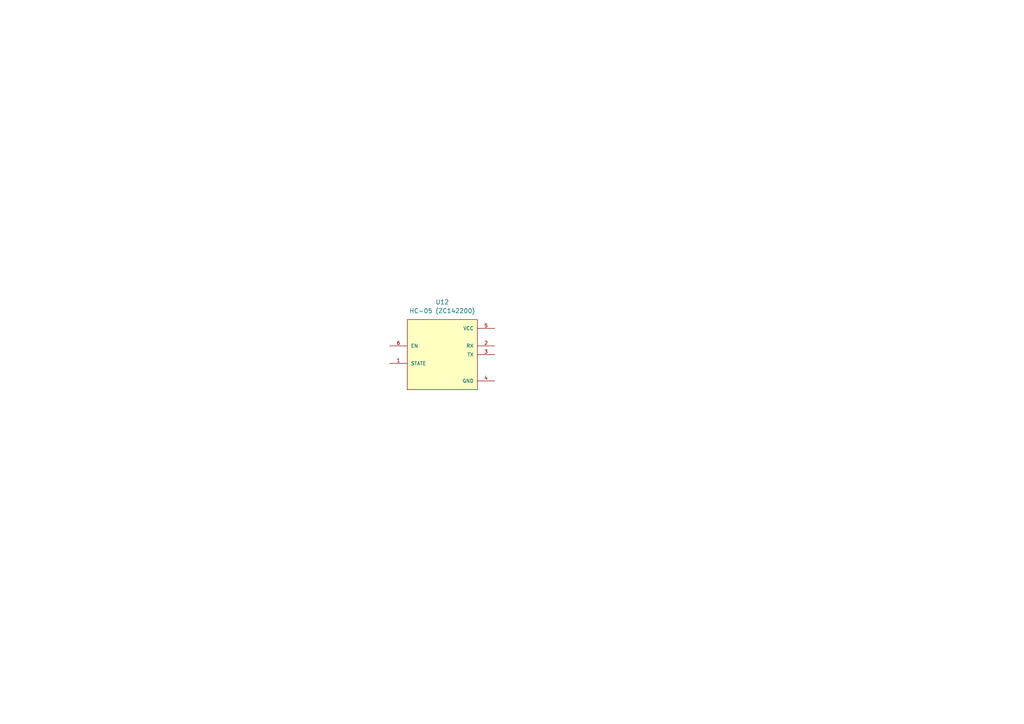
<source format=kicad_sch>
(kicad_sch (version 20211123) (generator eeschema)
  (paper "A4")
  (lib_symbols
    (symbol "RF_Module:HC-05 (ZC142200)" (pin_names (offset 1.016))
      (property "Reference" "U" (at -10.16 10.922 0))
      (property "Value" "HC-05 (ZC142200)" (at -10.16 -12.7 0))
      (symbol "HC-05 (ZC142200)_0_0"
        (rectangle (start -10.16 -10.16) (end 10.16 10.16) (stroke (width 0.1524)) (fill (type background)))
        (pin input line (at -15.24 -2.54 0) (length 5.08) (name "STATE") (number "1"))
        (pin input line (at 15.24 2.54 180) (length 5.08) (name "RX") (number "2"))
        (pin output line (at 15.24 0 180) (length 5.08) (name "TX") (number "3"))
        (pin power_in line (at 15.24 -7.62 180) (length 5.08) (name "GND") (number "4"))
        (pin power_in line (at 15.24 7.62 180) (length 5.08) (name "VCC") (number "5"))
        (pin input line (at -15.24 2.54 0) (length 5.08) (name "EN") (number "6"))
      )
    )
  )
  (symbol (lib_id "RF_Module:HC-05 (ZC142200)") (at 128.27 102.87 0) (unit 1)
    (property "Reference" "U12" (at 128.27 87.63 0))
    (property "Value" "HC-05 (ZC142200)" (at 128.27 90.17 0))
    (property "Footprint" "RF_Module:HC-05 Module Horizontal (ZC14200)" (effects hide))
    (property "STANDARD" "Manufacturer Recommendations" (effects hide))
    (property "MAXIMUM_PACKAGE_HEIGHT" "37.5mm" (effects hide))
    (property "MANUFACTURER" "YKS" (effects hide))
    (property "PARTREV" "N/A" (effects hide))
  )
)
</source>
